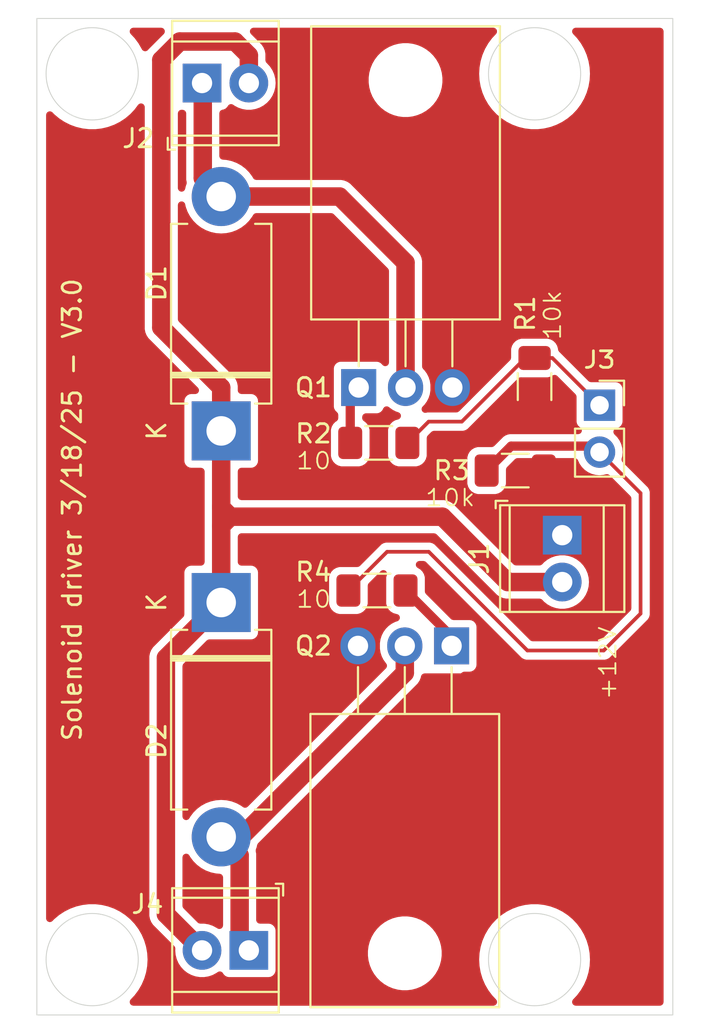
<source format=kicad_pcb>
(kicad_pcb (version 20240108) (generator "pcbnew") (generator_version "8.0")
  (layers (0 "F.Cu" signal) (31 "B.Cu" signal) (35 "F.Paste" user) (37 "F.SilkS" user "F.Silkscreen") (38 "B.Mask" user) (39 "F.Mask" user) (44 "Edge.Cuts" user))
  (net 0 "")
  (net 1 "drain1")
  (net 2 "drain2")
  (net 3 "pin1")
  (net 4 "pin2")
  (net 5 "r2 to gate1")
  (net 6 "r4 to gate2")
  (net 7 "+12V")
  (net 8 "GND")
  (footprint "Diode_THT:D_DO-201AD_P12.70mm_Horizontal" (layer "F.Cu") (at 142.5 63.35 90)
    (property "Reference" "D1" (at 8 -3.5 90) (layer "F.SilkS"))
    (property "Value" "D")
    (fp_line (start 11.22 -2.72) (end 11.22 -1.84) (stroke (width 0.12)) (layer "F.SilkS"))
    (fp_line (start 3.145 -2.72) (end 3.145 2.72) (stroke (width 0.12)) (layer "F.SilkS"))
    (fp_line (start 3.025 -2.72) (end 3.025 2.72) (stroke (width 0.12)) (layer "F.SilkS"))
    (fp_line (start 2.905 -2.72) (end 2.905 2.72) (stroke (width 0.12)) (layer "F.SilkS"))
    (fp_line (start 1.48 -2.72) (end 11.22 -2.72) (stroke (width 0.12)) (layer "F.SilkS"))
    (fp_line (start 1.48 -1.84) (end 1.48 -2.72) (stroke (width 0.12)) (layer "F.SilkS"))
    (fp_line (start 1.48 1.84) (end 1.48 2.72) (stroke (width 0.12)) (layer "F.SilkS"))
    (fp_line (start 11.22 2.72) (end 11.22 1.84) (stroke (width 0.12)) (layer "F.SilkS"))
    (fp_line (start 1.48 2.72) (end 11.22 2.72) (stroke (width 0.12)) (layer "F.SilkS"))
    (fp_text user "K" (at 0 -3.5 90) (layer "F.SilkS"))
    (pad "1" thru_hole rect (at 0 0 90) (size 3.2 3.2) (drill 1.6) (layers "*.Cu" "*.Mask") (net 7 "+12V"))
    (pad "2" thru_hole oval (at 12.7 0 90) (size 3.2 3.2) (drill 1.6) (layers "*.Cu" "*.Mask") (net 1 "drain1"))
  )
  (footprint "Resistor_SMD:R_1206_3216Metric_Pad1.30x1.75mm_HandSolder" (layer "F.Cu") (at 151.05 64 180)
    (property "Reference" "R2" (at 3.55 0.5 180) (layer "F.SilkS"))
    (property "Value" "10")
    (fp_line (start -0.727064 0.91) (end 0.727064 0.91) (stroke (width 0.12)) (layer "F.SilkS"))
    (fp_line (start -0.727064 -0.91) (end 0.727064 -0.91) (stroke (width 0.12)) (layer "F.SilkS"))
    (pad "1" smd roundrect (at -1.55 0 180) (size 1.3 1.75) (layers "F.Cu" "F.Paste" "F.Mask") (roundrect_rratio 0.192308) (net 3 "pin1"))
    (pad "2" smd roundrect (at 1.55 0 180) (size 1.3 1.75) (layers "F.Cu" "F.Paste" "F.Mask") (roundrect_rratio 0.192308) (net 5 "r2 to gate1"))
  )
  (footprint "Diode_THT:D_DO-201AD_P12.70mm_Horizontal" (layer "F.Cu") (at 142.5 72.65 -90)
    (property "Reference" "D2" (at 7.5 3.5 90) (layer "F.SilkS"))
    (property "Value" "D")
    (fp_line (start 1.48 2.72) (end 11.22 2.72) (stroke (width 0.12)) (layer "F.SilkS"))
    (fp_line (start 11.22 2.72) (end 11.22 1.84) (stroke (width 0.12)) (layer "F.SilkS"))
    (fp_line (start 1.48 1.84) (end 1.48 2.72) (stroke (width 0.12)) (layer "F.SilkS"))
    (fp_line (start 1.48 -1.84) (end 1.48 -2.72) (stroke (width 0.12)) (layer "F.SilkS"))
    (fp_line (start 1.48 -2.72) (end 11.22 -2.72) (stroke (width 0.12)) (layer "F.SilkS"))
    (fp_line (start 2.905 -2.72) (end 2.905 2.72) (stroke (width 0.12)) (layer "F.SilkS"))
    (fp_line (start 3.025 -2.72) (end 3.025 2.72) (stroke (width 0.12)) (layer "F.SilkS"))
    (fp_line (start 3.145 -2.72) (end 3.145 2.72) (stroke (width 0.12)) (layer "F.SilkS"))
    (fp_line (start 11.22 -2.72) (end 11.22 -1.84) (stroke (width 0.12)) (layer "F.SilkS"))
    (fp_text user "K" (at 0 3.5 90) (layer "F.SilkS"))
    (pad "1" thru_hole rect (at 0 0 270) (size 3.2 3.2) (drill 1.6) (layers "*.Cu" "*.Mask") (net 7 "+12V"))
    (pad "2" thru_hole oval (at 12.7 0 270) (size 3.2 3.2) (drill 1.6) (layers "*.Cu" "*.Mask") (net 2 "drain2"))
  )
  (footprint "Resistor_SMD:R_1206_3216Metric_Pad1.30x1.75mm_HandSolder" (layer "F.Cu") (at 158.45 65.5)
    (property "Reference" "R3" (at -3.45 0 0) (layer "F.SilkS"))
    (property "Value" "10K")
    (fp_line (start -0.727064 -0.91) (end 0.727064 -0.91) (stroke (width 0.12)) (layer "F.SilkS"))
    (fp_line (start -0.727064 0.91) (end 0.727064 0.91) (stroke (width 0.12)) (layer "F.SilkS"))
    (pad "1" smd roundrect (at -1.55 0) (size 1.3 1.75) (layers "F.Cu" "F.Paste" "F.Mask") (roundrect_rratio 0.192308) (net 4 "pin2"))
    (pad "2" smd roundrect (at 1.55 0) (size 1.3 1.75) (layers "F.Cu" "F.Paste" "F.Mask") (roundrect_rratio 0.192308) (net 8 "GND"))
  )
  (footprint "Package_TO_SOT_THT:TO-220-3_Horizontal_TabDown" (layer "F.Cu") (at 155 75 180)
    (property "Reference" "Q2" (at 7.5 0 180) (layer "F.SilkS"))
    (property "Value" "IRF3205")
    (fp_line (start 7.66 -19.58) (end 7.66 -3.69) (stroke (width 0.12)) (layer "F.SilkS"))
    (fp_line (start 5.08 -3.69) (end 5.08 -1.15) (stroke (width 0.12)) (layer "F.SilkS"))
    (fp_line (start 2.54 -3.69) (end 2.54 -1.15) (stroke (width 0.12)) (layer "F.SilkS"))
    (fp_line (start 0 -3.69) (end 0 -1.15) (stroke (width 0.12)) (layer "F.SilkS"))
    (fp_line (start -2.58 -3.69) (end 7.66 -3.69) (stroke (width 0.12)) (layer "F.SilkS"))
    (fp_line (start -2.58 -19.58) (end 7.66 -19.58) (stroke (width 0.12)) (layer "F.SilkS"))
    (fp_line (start -2.58 -19.58) (end -2.58 -3.69) (stroke (width 0.12)) (layer "F.SilkS"))
    (pad "" np_thru_hole circle (at 2.54 -16.66 180) (size 3.5 3.5) (drill 3.5) (layers "*.Cu" "*.Mask"))
    (pad "1" thru_hole rect (at 0 0 180) (size 1.905 2) (drill 1.1) (layers "*.Cu" "*.Mask") (net 6 "r4 to gate2"))
    (pad "2" thru_hole oval (at 2.54 0 180) (size 1.905 2) (drill 1.1) (layers "*.Cu" "*.Mask") (net 2 "drain2"))
    (pad "3" thru_hole oval (at 5.08 0 180) (size 1.905 2) (drill 1.1) (layers "*.Cu" "*.Mask") (net 8 "GND"))
  )
  (footprint "TerminalBlock_TE-Connectivity:TerminalBlock_TE_282834-2_1x02_P2.54mm_Horizontal" (layer "F.Cu") (at 144 91.5 180)
    (property "Reference" "J4" (at 5.5 2.5 0) (layer "F.SilkS"))
    (property "Value" "solenoid2 screw terminal")
    (fp_line (start 4.16 -3.37) (end 4.16 3.37) (stroke (width 0.12)) (layer "F.SilkS"))
    (fp_line (start -1.62 3.37) (end 4.16 3.37) (stroke (width 0.12)) (layer "F.SilkS"))
    (fp_line (start -1.62 2.85) (end 4.16 2.85) (stroke (width 0.12)) (layer "F.SilkS"))
    (fp_line (start -1.62 -2.25) (end 4.16 -2.25) (stroke (width 0.12)) (layer "F.SilkS"))
    (fp_line (start -1.62 -3.37) (end 4.16 -3.37) (stroke (width 0.12)) (layer "F.SilkS"))
    (fp_line (start -1.62 -3.37) (end -1.62 3.37) (stroke (width 0.12)) (layer "F.SilkS"))
    (fp_line (start -1.86 3.61) (end -1.46 3.61) (stroke (width 0.12)) (layer "F.SilkS"))
    (fp_line (start -1.86 2.97) (end -1.86 3.61) (stroke (width 0.12)) (layer "F.SilkS"))
    (pad "1" thru_hole rect (at 0 0 180) (size 2.1 2.1) (drill 1.1) (layers "*.Cu" "*.Mask") (net 2 "drain2"))
    (pad "2" thru_hole circle (at 2.54 0 180) (size 2.1 2.1) (drill 1.1) (layers "*.Cu" "*.Mask") (net 7 "+12V"))
  )
  (footprint "Resistor_SMD:R_1206_3216Metric_Pad1.30x1.75mm_HandSolder" (layer "F.Cu") (at 159.5 60.95 -90)
    (property "Reference" "R1" (at -3.95 0.5 90) (layer "F.SilkS"))
    (property "Value" "10K")
    (fp_line (start -0.727064 0.91) (end 0.727064 0.91) (stroke (width 0.12)) (layer "F.SilkS"))
    (fp_line (start -0.727064 -0.91) (end 0.727064 -0.91) (stroke (width 0.12)) (layer "F.SilkS"))
    (pad "1" smd roundrect (at -1.55 0 270) (size 1.3 1.75) (layers "F.Cu" "F.Paste" "F.Mask") (roundrect_rratio 0.192308) (net 3 "pin1"))
    (pad "2" smd roundrect (at 1.55 0 270) (size 1.3 1.75) (layers "F.Cu" "F.Paste" "F.Mask") (roundrect_rratio 0.192308) (net 8 "GND"))
  )
  (footprint "TerminalBlock_TE-Connectivity:TerminalBlock_TE_282834-2_1x02_P2.54mm_Horizontal" (layer "F.Cu") (at 141.46 44.5)
    (property "Reference" "J2" (at -3.46 3 0) (layer "F.SilkS"))
    (property "Value" "solenoid1 screw terminal")
    (fp_line (start -1.86 2.97) (end -1.86 3.61) (stroke (width 0.12)) (layer "F.SilkS"))
    (fp_line (start -1.86 3.61) (end -1.46 3.61) (stroke (width 0.12)) (layer "F.SilkS"))
    (fp_line (start -1.62 -3.37) (end -1.62 3.37) (stroke (width 0.12)) (layer "F.SilkS"))
    (fp_line (start -1.62 -3.37) (end 4.16 -3.37) (stroke (width 0.12)) (layer "F.SilkS"))
    (fp_line (start -1.62 -2.25) (end 4.16 -2.25) (stroke (width 0.12)) (layer "F.SilkS"))
    (fp_line (start -1.62 2.85) (end 4.16 2.85) (stroke (width 0.12)) (layer "F.SilkS"))
    (fp_line (start -1.62 3.37) (end 4.16 3.37) (stroke (width 0.12)) (layer "F.SilkS"))
    (fp_line (start 4.16 -3.37) (end 4.16 3.37) (stroke (width 0.12)) (layer "F.SilkS"))
    (pad "1" thru_hole rect (at 0 0) (size 2.1 2.1) (drill 1.1) (layers "*.Cu" "*.Mask") (net 1 "drain1"))
    (pad "2" thru_hole circle (at 2.54 0) (size 2.1 2.1) (drill 1.1) (layers "*.Cu" "*.Mask") (net 7 "+12V"))
  )
  (footprint "Resistor_SMD:R_1206_3216Metric_Pad1.30x1.75mm_HandSolder" (layer "F.Cu") (at 150.95 72)
    (property "Reference" "R4" (at -3.45 -1 0) (layer "F.SilkS"))
    (property "Value" "10")
    (fp_line (start -0.727064 -0.91) (end 0.727064 -0.91) (stroke (width 0.12)) (layer "F.SilkS"))
    (fp_line (start -0.727064 0.91) (end 0.727064 0.91) (stroke (width 0.12)) (layer "F.SilkS"))
    (pad "1" smd roundrect (at -1.55 0) (size 1.3 1.75) (layers "F.Cu" "F.Paste" "F.Mask") (roundrect_rratio 0.192308) (net 4 "pin2"))
    (pad "2" smd roundrect (at 1.55 0) (size 1.3 1.75) (layers "F.Cu" "F.Paste" "F.Mask") (roundrect_rratio 0.192308) (net 6 "r4 to gate2"))
  )
  (footprint "Package_TO_SOT_THT:TO-220-3_Horizontal_TabDown" (layer "F.Cu") (at 149.96 61)
    (property "Reference" "Q1" (at -2.46 0 0) (layer "F.SilkS"))
    (property "Value" "IRF3205")
    (fp_line (start -2.58 -19.58) (end -2.58 -3.69) (stroke (width 0.12)) (layer "F.SilkS"))
    (fp_line (start -2.58 -19.58) (end 7.66 -19.58) (stroke (width 0.12)) (layer "F.SilkS"))
    (fp_line (start -2.58 -3.69) (end 7.66 -3.69) (stroke (width 0.12)) (layer "F.SilkS"))
    (fp_line (start 0 -3.69) (end 0 -1.15) (stroke (width 0.12)) (layer "F.SilkS"))
    (fp_line (start 2.54 -3.69) (end 2.54 -1.15) (stroke (width 0.12)) (layer "F.SilkS"))
    (fp_line (start 5.08 -3.69) (end 5.08 -1.15) (stroke (width 0.12)) (layer "F.SilkS"))
    (fp_line (start 7.66 -19.58) (end 7.66 -3.69) (stroke (width 0.12)) (layer "F.SilkS"))
    (pad "" np_thru_hole circle (at 2.54 -16.66) (size 3.5 3.5) (drill 3.5) (layers "*.Cu" "*.Mask"))
    (pad "1" thru_hole rect (at 0 0) (size 1.905 2) (drill 1.1) (layers "*.Cu" "*.Mask") (net 5 "r2 to gate1"))
    (pad "2" thru_hole oval (at 2.54 0) (size 1.905 2) (drill 1.1) (layers "*.Cu" "*.Mask") (net 1 "drain1"))
    (pad "3" thru_hole oval (at 5.08 0) (size 1.905 2) (drill 1.1) (layers "*.Cu" "*.Mask") (net 8 "GND"))
  )
  (footprint "TerminalBlock_TE-Connectivity:TerminalBlock_TE_282834-2_1x02_P2.54mm_Horizontal" (layer "F.Cu") (at 161 69 -90)
    (property "Reference" "J1" (at 1.27 4.5 -90) (layer "F.SilkS"))
    (property "Value" "12v and gnd")
    (fp_line (start -1.86 3.61) (end -1.46 3.61) (stroke (width 0.12)) (layer "F.SilkS"))
    (fp_line (start -1.62 3.37) (end 4.16 3.37) (stroke (width 0.12)) (layer "F.SilkS"))
    (fp_line (start -1.86 2.97) (end -1.86 3.61) (stroke (width 0.12)) (layer "F.SilkS"))
    (fp_line (start -1.62 2.85) (end 4.16 2.85) (stroke (width 0.12)) (layer "F.SilkS"))
    (fp_line (start -1.62 -2.25) (end 4.16 -2.25) (stroke (width 0.12)) (layer "F.SilkS"))
    (fp_line (start -1.62 -3.37) (end -1.62 3.37) (stroke (width 0.12)) (layer "F.SilkS"))
    (fp_line (start -1.62 -3.37) (end 4.16 -3.37) (stroke (width 0.12)) (layer "F.SilkS"))
    (fp_line (start 4.16 -3.37) (end 4.16 3.37) (stroke (width 0.12)) (layer "F.SilkS"))
    (pad "1" thru_hole rect (at 0 0 270) (size 2.1 2.1) (drill 1.1) (layers "*.Cu" "*.Mask") (net 8 "GND"))
    (pad "2" thru_hole circle (at 2.54 0 270) (size 2.1 2.1) (drill 1.1) (layers "*.Cu" "*.Mask") (net 7 "+12V"))
  )
  (footprint "Connector_PinSocket_2.54mm:PinSocket_1x02_P2.54mm_Vertical" (layer "F.Cu") (at 163.025 61.96)
    (property "Reference" "J3" (at 0 -2.46 0) (layer "F.SilkS") (effects (font (size 0.9 1))))
    (property "Value" "signal 1 and 2")
    (fp_line (start -1.33 1.27) (end -1.33 3.87) (stroke (width 0.12)) (layer "F.SilkS"))
    (fp_line (start -1.33 1.27) (end 1.33 1.27) (stroke (width 0.12)) (layer "F.SilkS"))
    (fp_line (start -1.33 3.87) (end 1.33 3.87) (stroke (width 0.12)) (layer "F.SilkS"))
    (fp_line (start 0 -1.33) (end 1.33 -1.33) (stroke (width 0.12)) (layer "F.SilkS"))
    (fp_line (start 1.33 -1.33) (end 1.33 0) (stroke (width 0.12)) (layer "F.SilkS"))
    (fp_line (start 1.33 1.27) (end 1.33 3.87) (stroke (width 0.12)) (layer "F.SilkS"))
    (pad "1" thru_hole rect (at 0 0) (size 1.7 1.7) (drill 1) (layers "*.Cu" "*.Mask") (net 3 "pin1"))
    (pad "2" thru_hole oval (at 0 2.54) (size 1.7 1.7) (drill 1) (layers "*.Cu" "*.Mask") (net 4 "pin2"))
  )
  (gr_rect (start 132.5 41) (end 167 95) (stroke (width 0.05)) (fill none) (layer "Edge.Cuts"))
  (gr_circle (center 159.5 92) (end 161 94) (stroke (width 0.05)) (fill none) (layer "Edge.Cuts"))
  (gr_circle (center 159.5 44) (end 161 46) (stroke (width 0.05)) (fill none) (layer "Edge.Cuts"))
  (gr_circle (center 135.5 44) (end 137 46) (stroke (width 0.05)) (fill none) (layer "Edge.Cuts"))
  (gr_circle (center 135.5 92) (end 137 94) (stroke (width 0.05)) (fill none) (layer "Edge.Cuts"))
  (gr_text "10" (at 146.5 65.5 0) (layer "F.SilkS") (effects (font (size 0.9 1) (thickness 0.1)) (justify left bottom)))
  (gr_text "10" (at 146.5 73 0) (layer "F.SilkS") (effects (font (size 0.9 1) (thickness 0.1)) (justify left bottom)))
  (gr_text "10k" (at 161 58.5 90) (layer "F.SilkS") (effects (font (size 0.9 1) (thickness 0.1)) (justify left bottom)))
  (gr_text "Solenoid driver 3/18/25 - V3.0" (at 135 55 90) (layer "F.SilkS") (effects (font (size 1 1)) (justify right bottom)))
  (gr_text "+12V" (at 164 78 90) (layer "F.SilkS") (effects (font (size 0.9 1) (thickness 0.1)) (justify left bottom)))
  (gr_text "10k" (at 153.5 67.5 0) (layer "F.SilkS") (effects (font (size 0.9 1) (thickness 0.1)) (justify left bottom)))
  (segment (start 152.5 54.23) (end 148.92 50.65) (width 1) (layer "F.Cu") (net 1))
  (segment (start 141.5 44.54) (end 141.46 44.5) (width 1) (layer "F.Cu") (net 1))
  (segment (start 148.92 50.65) (end 142.5 50.65) (width 1) (layer "F.Cu") (net 1))
  (segment (start 152.5 61) (end 152.5 54.23) (width 1) (layer "F.Cu") (net 1))
  (segment (start 141.5 49.65) (end 141.5 44.54) (width 1) (layer "F.Cu") (net 1))
  (segment (start 142.5 50.65) (end 141.5 49.65) (width 1) (layer "F.Cu") (net 1))
  (segment (start 143.5 91) (end 144 91.5) (width 1) (layer "F.Cu") (net 2))
  (segment (start 143.5 86.35) (end 143.5 91) (width 1) (layer "F.Cu") (net 2))
  (segment (start 142.5 85.35) (end 143.5 86.35) (width 1) (layer "F.Cu") (net 2))
  (segment (start 142.5 85.35) (end 143.575 85.35) (width 1) (layer "F.Cu") (net 2))
  (segment (start 152.46 76.465) (end 152.46 75) (width 1) (layer "F.Cu") (net 2))
  (segment (start 143.575 85.35) (end 152.46 76.465) (width 1) (layer "F.Cu") (net 2))
  (segment (start 152.6 64) (end 153.7525 62.8475) (width 0.2) (layer "F.Cu") (net 3))
  (segment (start 162.485 62.5) (end 163.025 61.96) (width 0.2) (layer "F.Cu") (net 3))
  (segment (start 155.5525 62.8475) (end 159.24 59.16) (width 0.2) (layer "F.Cu") (net 3))
  (segment (start 160.465 59.4) (end 163.025 61.96) (width 0.2) (layer "F.Cu") (net 3))
  (segment (start 153.7525 62.8475) (end 155.5525 62.8475) (width 0.2) (layer "F.Cu") (net 3))
  (segment (start 159.5 59.4) (end 160.465 59.4) (width 0.2) (layer "F.Cu") (net 3))
  (segment (start 159.24 59.16) (end 159.24 59.14) (width 0.2) (layer "F.Cu") (net 3))
  (segment (start 163.025 61.96) (end 162.9925 61.96) (width 0.5) (layer "F.Cu") (net 3))
  (segment (start 165.25 73.25) (end 165.25 66.725) (width 0.2) (layer "F.Cu") (net 4))
  (segment (start 149.4 72) (end 151.5 69.9) (width 0.2) (layer "F.Cu") (net 4))
  (segment (start 156.9 65.5) (end 158.225 64.175) (width 0.5) (layer "F.Cu") (net 4))
  (segment (start 165.25 66.725) (end 163.025 64.5) (width 0.2) (layer "F.Cu") (net 4))
  (segment (start 151.5 69.9) (end 153.76 69.9) (width 0.2) (layer "F.Cu") (net 4))
  (segment (start 159.11 75.25) (end 163.25 75.25) (width 0.2) (layer "F.Cu") (net 4))
  (segment (start 153.76 69.9) (end 159.11 75.25) (width 0.2) (layer "F.Cu") (net 4))
  (segment (start 158.225 64.175) (end 162.7 64.175) (width 0.5) (layer "F.Cu") (net 4))
  (segment (start 162.7 64.175) (end 163.025 64.5) (width 0.5) (layer "F.Cu") (net 4))
  (segment (start 163.25 75.25) (end 165.25 73.25) (width 0.2) (layer "F.Cu") (net 4))
  (segment (start 149.5 61.46) (end 149.96 61) (width 0.5) (layer "F.Cu") (net 5))
  (segment (start 149.5 64) (end 149.5 61.46) (width 0.5) (layer "F.Cu") (net 5))
  (segment (start 155 74.5) (end 155 75) (width 0.5) (layer "F.Cu") (net 6))
  (segment (start 152.5 72) (end 155 74.5) (width 0.5) (layer "F.Cu") (net 6))
  (segment (start 158.04 71.54) (end 154.5 68) (width 1) (layer "F.Cu") (net 7))
  (segment (start 139.5 89.54) (end 141.46 91.5) (width 1) (layer "F.Cu") (net 7))
  (segment (start 142.5 67.5) (end 143 68) (width 1) (layer "F.Cu") (net 7))
  (segment (start 142.5 67.43) (end 142.5 63.35) (width 1) (layer "F.Cu") (net 7))
  (segment (start 139.25 57.75) (end 139.25 43.25) (width 1) (layer "F.Cu") (net 7))
  (segment (start 143.25 42.25) (end 144 43) (width 1) (layer "F.Cu") (net 7))
  (segment (start 142.5 68.5) (end 142.5 67.43) (width 1) (layer "F.Cu") (net 7))
  (segment (start 142.5 72.65) (end 139.5 75.65) (width 1) (layer "F.Cu") (net 7))
  (segment (start 154.5 68) (end 143 68) (width 1) (layer "F.Cu") (net 7))
  (segment (start 142.5 68.5) (end 142.5 72.65) (width 1) (layer "F.Cu") (net 7))
  (segment (start 143 68) (end 142.5 68.5) (width 1) (layer "F.Cu") (net 7))
  (segment (start 142.5 61) (end 139.25 57.75) (width 1) (layer "F.Cu") (net 7))
  (segment (start 144 43) (end 144 44.5) (width 1) (layer "F.Cu") (net 7))
  (segment (start 142.5 67.43) (end 142.5 67.5) (width 1) (layer "F.Cu") (net 7))
  (segment (start 140.25 42.25) (end 143.25 42.25) (width 1) (layer "F.Cu") (net 7))
  (segment (start 139.5 75.65) (end 139.5 89.54) (width 1) (layer "F.Cu") (net 7))
  (segment (start 161 71.54) (end 158.04 71.54) (width 1) (layer "F.Cu") (net 7))
  (segment (start 139.25 43.25) (end 140.25 42.25) (width 1) (layer "F.Cu") (net 7))
  (segment (start 142.5 63.35) (end 142.5 61) (width 1) (layer "F.Cu") (net 7))
  (zone (net 8) (net_name "GND") (layer "F.Cu") (name "gnd") (connect_pads yes (clearance 0.396875)) (min_thickness 0.4064) (fill yes (thermal_gap 0.4) (thermal_bridge_width 0.8) (smoothing fillet) (radius 1.5) (island_removal_mode 1) (island_area_min 10))
    (polygon (pts (xy 130.5 40) (xy 168 40) (xy 168 95.5) (xy 130.5 95.5)))
  )
  (zone (net 0) (net_name "") (layer "F.Cu") (name "Cleanup") (connect_pads (clearance 0)) (min_thickness 0.25)
    (keepout (tracks allowed) (vias allowed) (pads allowed) (copperpour not_allowed) (footprints allowed))
    (fill (thermal_gap 0.5) (thermal_bridge_width 0.5))
    (polygon (pts (xy 154.01 75.9) (xy 155.51 75.9) (xy 155.51 76.49) (xy 153.26 76.49) (xy 153.26 75.9)))
  )
)
</source>
